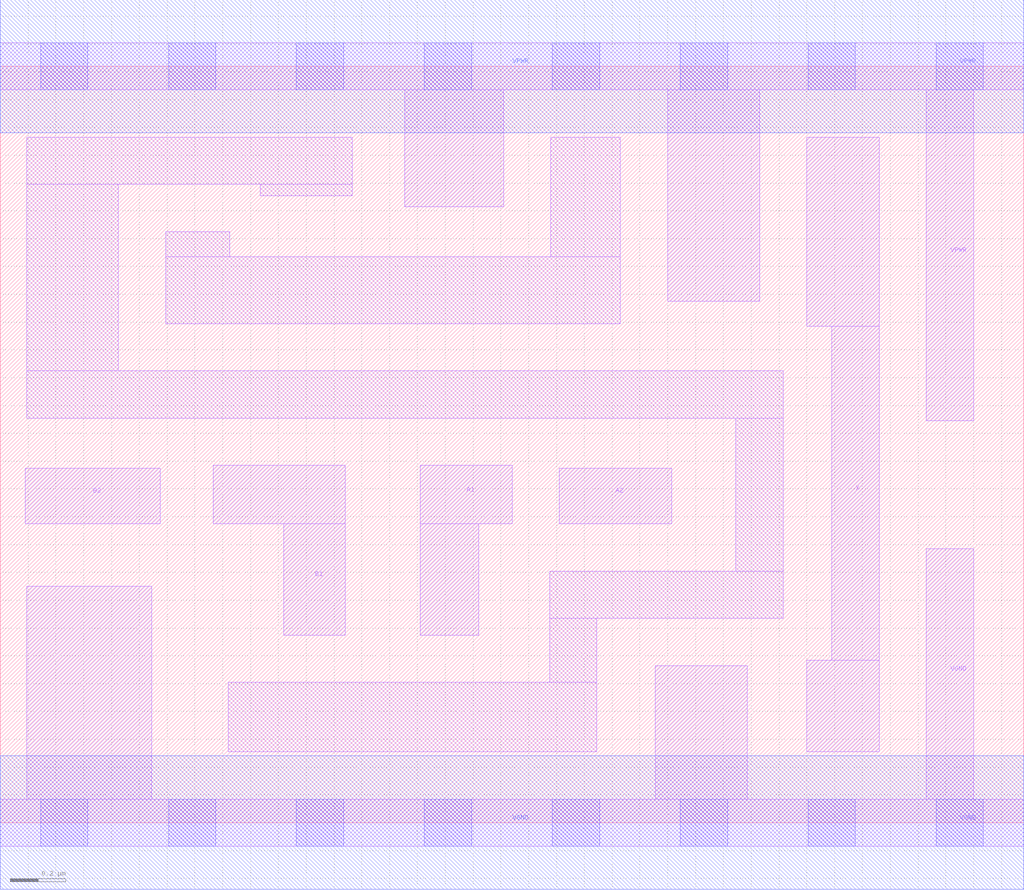
<source format=lef>
# Copyright 2020 The SkyWater PDK Authors
#
# Licensed under the Apache License, Version 2.0 (the "License");
# you may not use this file except in compliance with the License.
# You may obtain a copy of the License at
#
#     https://www.apache.org/licenses/LICENSE-2.0
#
# Unless required by applicable law or agreed to in writing, software
# distributed under the License is distributed on an "AS IS" BASIS,
# WITHOUT WARRANTIES OR CONDITIONS OF ANY KIND, either express or implied.
# See the License for the specific language governing permissions and
# limitations under the License.
#
# SPDX-License-Identifier: Apache-2.0

VERSION 5.7 ;
  NAMESCASESENSITIVE ON ;
  NOWIREEXTENSIONATPIN ON ;
  DIVIDERCHAR "/" ;
  BUSBITCHARS "[]" ;
UNITS
  DATABASE MICRONS 200 ;
END UNITS
MACRO sky130_fd_sc_hd__a22o_2
  CLASS CORE ;
  SOURCE USER ;
  FOREIGN sky130_fd_sc_hd__a22o_2 ;
  ORIGIN  0.000000  0.000000 ;
  SIZE  3.680000 BY  2.720000 ;
  SYMMETRY X Y R90 ;
  SITE unithd ;
  PIN A1
    ANTENNAGATEAREA  0.247500 ;
    DIRECTION INPUT ;
    USE SIGNAL ;
    PORT
      LAYER li1 ;
        RECT 1.510000 0.675000 1.720000 1.075000 ;
        RECT 1.510000 1.075000 1.840000 1.285000 ;
    END
  END A1
  PIN A2
    ANTENNAGATEAREA  0.247500 ;
    DIRECTION INPUT ;
    USE SIGNAL ;
    PORT
      LAYER li1 ;
        RECT 2.010000 1.075000 2.415000 1.275000 ;
    END
  END A2
  PIN B1
    ANTENNAGATEAREA  0.247500 ;
    DIRECTION INPUT ;
    USE SIGNAL ;
    PORT
      LAYER li1 ;
        RECT 0.765000 1.075000 1.240000 1.285000 ;
        RECT 1.020000 0.675000 1.240000 1.075000 ;
    END
  END B1
  PIN B2
    ANTENNAGATEAREA  0.247500 ;
    DIRECTION INPUT ;
    USE SIGNAL ;
    PORT
      LAYER li1 ;
        RECT 0.090000 1.075000 0.575000 1.275000 ;
    END
  END B2
  PIN X
    ANTENNADIFFAREA  0.445500 ;
    DIRECTION OUTPUT ;
    USE SIGNAL ;
    PORT
      LAYER li1 ;
        RECT 2.900000 0.255000 3.160000 0.585000 ;
        RECT 2.900000 1.785000 3.160000 2.465000 ;
        RECT 2.990000 0.585000 3.160000 1.785000 ;
    END
  END X
  PIN VGND
    DIRECTION INOUT ;
    SHAPE ABUTMENT ;
    USE GROUND ;
    PORT
      LAYER li1 ;
        RECT 0.000000 -0.085000 3.680000 0.085000 ;
        RECT 0.095000  0.085000 0.545000 0.850000 ;
        RECT 2.355000  0.085000 2.685000 0.565000 ;
        RECT 3.330000  0.085000 3.500000 0.985000 ;
      LAYER mcon ;
        RECT 0.145000 -0.085000 0.315000 0.085000 ;
        RECT 0.605000 -0.085000 0.775000 0.085000 ;
        RECT 1.065000 -0.085000 1.235000 0.085000 ;
        RECT 1.525000 -0.085000 1.695000 0.085000 ;
        RECT 1.985000 -0.085000 2.155000 0.085000 ;
        RECT 2.445000 -0.085000 2.615000 0.085000 ;
        RECT 2.905000 -0.085000 3.075000 0.085000 ;
        RECT 3.365000 -0.085000 3.535000 0.085000 ;
      LAYER met1 ;
        RECT 0.000000 -0.240000 3.680000 0.240000 ;
    END
  END VGND
  PIN VPWR
    DIRECTION INOUT ;
    SHAPE ABUTMENT ;
    USE POWER ;
    PORT
      LAYER li1 ;
        RECT 0.000000 2.635000 3.680000 2.805000 ;
        RECT 1.455000 2.215000 1.810000 2.635000 ;
        RECT 2.400000 1.875000 2.730000 2.635000 ;
        RECT 3.330000 1.445000 3.500000 2.635000 ;
      LAYER mcon ;
        RECT 0.145000 2.635000 0.315000 2.805000 ;
        RECT 0.605000 2.635000 0.775000 2.805000 ;
        RECT 1.065000 2.635000 1.235000 2.805000 ;
        RECT 1.525000 2.635000 1.695000 2.805000 ;
        RECT 1.985000 2.635000 2.155000 2.805000 ;
        RECT 2.445000 2.635000 2.615000 2.805000 ;
        RECT 2.905000 2.635000 3.075000 2.805000 ;
        RECT 3.365000 2.635000 3.535000 2.805000 ;
      LAYER met1 ;
        RECT 0.000000 2.480000 3.680000 2.960000 ;
    END
  END VPWR
  OBS
    LAYER li1 ;
      RECT 0.095000 1.455000 2.815000 1.625000 ;
      RECT 0.095000 1.625000 0.425000 2.295000 ;
      RECT 0.095000 2.295000 1.265000 2.465000 ;
      RECT 0.595000 1.795000 2.230000 2.035000 ;
      RECT 0.595000 2.035000 0.825000 2.125000 ;
      RECT 0.820000 0.255000 2.145000 0.505000 ;
      RECT 0.935000 2.255000 1.265000 2.295000 ;
      RECT 1.975000 0.505000 2.145000 0.735000 ;
      RECT 1.975000 0.735000 2.815000 0.905000 ;
      RECT 1.980000 2.035000 2.230000 2.465000 ;
      RECT 2.645000 0.905000 2.815000 1.455000 ;
  END
END sky130_fd_sc_hd__a22o_2

</source>
